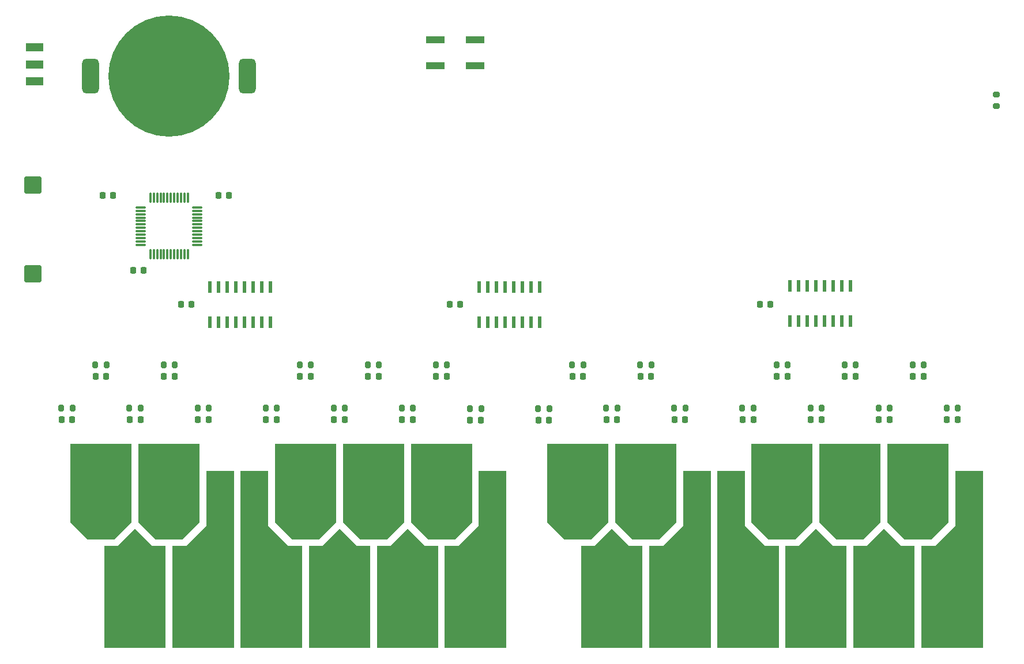
<source format=gtp>
%TF.GenerationSoftware,KiCad,Pcbnew,(6.0.0)*%
%TF.CreationDate,2022-11-25T13:40:52+01:00*%
%TF.ProjectId,PCB,5043422e-6b69-4636-9164-5f7063625858,rev?*%
%TF.SameCoordinates,Original*%
%TF.FileFunction,Paste,Top*%
%TF.FilePolarity,Positive*%
%FSLAX46Y46*%
G04 Gerber Fmt 4.6, Leading zero omitted, Abs format (unit mm)*
G04 Created by KiCad (PCBNEW (6.0.0)) date 2022-11-25 13:40:52*
%MOMM*%
%LPD*%
G01*
G04 APERTURE LIST*
G04 Aperture macros list*
%AMRoundRect*
0 Rectangle with rounded corners*
0 $1 Rounding radius*
0 $2 $3 $4 $5 $6 $7 $8 $9 X,Y pos of 4 corners*
0 Add a 4 corners polygon primitive as box body*
4,1,4,$2,$3,$4,$5,$6,$7,$8,$9,$2,$3,0*
0 Add four circle primitives for the rounded corners*
1,1,$1+$1,$2,$3*
1,1,$1+$1,$4,$5*
1,1,$1+$1,$6,$7*
1,1,$1+$1,$8,$9*
0 Add four rect primitives between the rounded corners*
20,1,$1+$1,$2,$3,$4,$5,0*
20,1,$1+$1,$4,$5,$6,$7,0*
20,1,$1+$1,$6,$7,$8,$9,0*
20,1,$1+$1,$8,$9,$2,$3,0*%
%AMFreePoly0*
4,1,8,2.000000,-7.000000,5.000000,-10.000000,7.000000,-10.000000,7.000000,-25.000000,-2.000000,-25.000000,-2.000000,1.000000,2.000000,1.000000,2.000000,-7.000000,2.000000,-7.000000,$1*%
%AMFreePoly1*
4,1,7,4.500000,-10.000000,2.000000,-12.500000,-2.000000,-12.500000,-4.500000,-10.000000,-4.500000,1.500000,4.500000,1.500000,4.500000,-10.000000,4.500000,-10.000000,$1*%
%AMFreePoly2*
4,1,8,2.500000,0.000000,4.500000,0.000000,4.500000,-15.000000,-4.500000,-15.000000,-4.500000,0.000000,-2.500000,0.000000,0.000000,2.500000,2.500000,0.000000,2.500000,0.000000,$1*%
%AMFreePoly3*
4,1,8,2.000000,-25.000000,-7.000000,-25.000000,-7.000000,-10.000000,-5.000000,-10.000000,-2.000000,-7.000000,-2.000000,1.000000,2.000000,1.000000,2.000000,-25.000000,2.000000,-25.000000,$1*%
%AMFreePoly4*
4,1,8,2.000000,-24.500000,-7.000000,-24.500000,-7.000000,-9.500000,-5.000000,-9.500000,-2.000000,-6.500000,-2.000000,1.500000,2.000000,1.500000,2.000000,-24.500000,2.000000,-24.500000,$1*%
G04 Aperture macros list end*
%ADD10RoundRect,0.218750X-0.218750X-0.256250X0.218750X-0.256250X0.218750X0.256250X-0.218750X0.256250X0*%
%ADD11RoundRect,0.200000X-0.200000X-0.275000X0.200000X-0.275000X0.200000X0.275000X-0.200000X0.275000X0*%
%ADD12RoundRect,0.625000X-0.625000X-1.925000X0.625000X-1.925000X0.625000X1.925000X-0.625000X1.925000X0*%
%ADD13C,17.800000*%
%ADD14RoundRect,0.075000X-0.662500X-0.075000X0.662500X-0.075000X0.662500X0.075000X-0.662500X0.075000X0*%
%ADD15RoundRect,0.075000X-0.075000X-0.662500X0.075000X-0.662500X0.075000X0.662500X-0.075000X0.662500X0*%
%ADD16R,2.800000X1.000000*%
%ADD17RoundRect,0.225000X-0.225000X-0.250000X0.225000X-0.250000X0.225000X0.250000X-0.225000X0.250000X0*%
%ADD18RoundRect,0.200000X0.275000X-0.200000X0.275000X0.200000X-0.275000X0.200000X-0.275000X-0.200000X0*%
%ADD19FreePoly0,0.000000*%
%ADD20FreePoly1,0.000000*%
%ADD21FreePoly2,0.000000*%
%ADD22FreePoly3,0.000000*%
%ADD23R,2.500000X1.250000*%
%ADD24FreePoly4,0.000000*%
%ADD25R,0.533400X1.701800*%
%ADD26RoundRect,0.150000X-1.100000X1.100000X-1.100000X-1.100000X1.100000X-1.100000X1.100000X1.100000X0*%
G04 APERTURE END LIST*
D10*
%TO.C,D5*%
X56712500Y-88400000D03*
X58287500Y-88400000D03*
%TD*%
D11*
%TO.C,R23*%
X161675000Y-80350000D03*
X163325000Y-80350000D03*
%TD*%
%TO.C,R13*%
X106675000Y-86850000D03*
X108325000Y-86850000D03*
%TD*%
D10*
%TO.C,D18*%
X136712500Y-88450000D03*
X138287500Y-88450000D03*
%TD*%
%TO.C,D21*%
X151712500Y-82050000D03*
X153287500Y-82050000D03*
%TD*%
D11*
%TO.C,R22*%
X156675000Y-86750000D03*
X158325000Y-86750000D03*
%TD*%
%TO.C,R9*%
X81675000Y-80350000D03*
X83325000Y-80350000D03*
%TD*%
D10*
%TO.C,D11*%
X91712500Y-82050000D03*
X93287500Y-82050000D03*
%TD*%
D12*
%TO.C,BT1*%
X64000000Y-38000000D03*
X41000000Y-38000000D03*
D13*
X52500000Y-38000000D03*
%TD*%
D10*
%TO.C,D17*%
X126712500Y-88450000D03*
X128287500Y-88450000D03*
%TD*%
%TO.C,D24*%
X166712500Y-88450000D03*
X168287500Y-88450000D03*
%TD*%
D11*
%TO.C,R19*%
X141675000Y-80350000D03*
X143325000Y-80350000D03*
%TD*%
D10*
%TO.C,D20*%
X146712500Y-88450000D03*
X148287500Y-88450000D03*
%TD*%
D11*
%TO.C,R11*%
X91675000Y-80350000D03*
X93325000Y-80350000D03*
%TD*%
D10*
%TO.C,D19*%
X141712500Y-82050000D03*
X143287500Y-82050000D03*
%TD*%
D14*
%TO.C,U2*%
X48337500Y-57250000D03*
X48337500Y-57750000D03*
X48337500Y-58250000D03*
X48337500Y-58750000D03*
X48337500Y-59250000D03*
X48337500Y-59750000D03*
X48337500Y-60250000D03*
X48337500Y-60750000D03*
X48337500Y-61250000D03*
X48337500Y-61750000D03*
X48337500Y-62250000D03*
X48337500Y-62750000D03*
D15*
X49750000Y-64162500D03*
X50250000Y-64162500D03*
X50750000Y-64162500D03*
X51250000Y-64162500D03*
X51750000Y-64162500D03*
X52250000Y-64162500D03*
X52750000Y-64162500D03*
X53250000Y-64162500D03*
X53750000Y-64162500D03*
X54250000Y-64162500D03*
X54750000Y-64162500D03*
X55250000Y-64162500D03*
D14*
X56662500Y-62750000D03*
X56662500Y-62250000D03*
X56662500Y-61750000D03*
X56662500Y-61250000D03*
X56662500Y-60750000D03*
X56662500Y-60250000D03*
X56662500Y-59750000D03*
X56662500Y-59250000D03*
X56662500Y-58750000D03*
X56662500Y-58250000D03*
X56662500Y-57750000D03*
X56662500Y-57250000D03*
D15*
X55250000Y-55837500D03*
X54750000Y-55837500D03*
X54250000Y-55837500D03*
X53750000Y-55837500D03*
X53250000Y-55837500D03*
X52750000Y-55837500D03*
X52250000Y-55837500D03*
X51750000Y-55837500D03*
X51250000Y-55837500D03*
X50750000Y-55837500D03*
X50250000Y-55837500D03*
X49750000Y-55837500D03*
%TD*%
D11*
%TO.C,R24*%
X166675000Y-86750000D03*
X168325000Y-86750000D03*
%TD*%
D16*
%TO.C,SW2*%
X97400000Y-32600000D03*
X91600000Y-32600000D03*
X91600000Y-36400000D03*
X97400000Y-36400000D03*
%TD*%
D17*
%TO.C,C3*%
X42725000Y-55500000D03*
X44275000Y-55500000D03*
%TD*%
D10*
%TO.C,D23*%
X161712500Y-82050000D03*
X163287500Y-82050000D03*
%TD*%
D18*
%TO.C,R25*%
X174000000Y-42325000D03*
X174000000Y-40675000D03*
%TD*%
D11*
%TO.C,R21*%
X151675000Y-80350000D03*
X153325000Y-80350000D03*
%TD*%
D17*
%TO.C,C2*%
X59725000Y-55500000D03*
X61275000Y-55500000D03*
%TD*%
D11*
%TO.C,R5*%
X56675000Y-86750000D03*
X58325000Y-86750000D03*
%TD*%
D17*
%TO.C,C5*%
X93725000Y-71500000D03*
X95275000Y-71500000D03*
%TD*%
D10*
%TO.C,D2*%
X41712500Y-82050000D03*
X43287500Y-82050000D03*
%TD*%
D19*
%TO.C,J6*%
X135000000Y-97000000D03*
D20*
X142500000Y-93500000D03*
D21*
X147500000Y-107000000D03*
D20*
X152500000Y-93500000D03*
D21*
X157500000Y-107000000D03*
D20*
X162500000Y-93500000D03*
D22*
X170000000Y-97000000D03*
%TD*%
D23*
%TO.C,SW1*%
X32750000Y-33750000D03*
X32750000Y-36250000D03*
X32750000Y-38750000D03*
%TD*%
D10*
%TO.C,D9*%
X81712500Y-82050000D03*
X83287500Y-82050000D03*
%TD*%
%TO.C,D10*%
X86712500Y-88450000D03*
X88287500Y-88450000D03*
%TD*%
D11*
%TO.C,R20*%
X146675000Y-86750000D03*
X148325000Y-86750000D03*
%TD*%
%TO.C,R16*%
X121675000Y-80350000D03*
X123325000Y-80350000D03*
%TD*%
D10*
%TO.C,D22*%
X156712500Y-88450000D03*
X158287500Y-88450000D03*
%TD*%
D20*
%TO.C,J5*%
X112500000Y-93500000D03*
D21*
X117500000Y-107000000D03*
D20*
X122500000Y-93500000D03*
D24*
X130000000Y-97500000D03*
%TD*%
D11*
%TO.C,R6*%
X66675000Y-86750000D03*
X68325000Y-86750000D03*
%TD*%
D10*
%TO.C,D6*%
X66712500Y-88400000D03*
X68287500Y-88400000D03*
%TD*%
D11*
%TO.C,R3*%
X46675000Y-86750000D03*
X48325000Y-86750000D03*
%TD*%
D10*
%TO.C,D15*%
X116712500Y-88450000D03*
X118287500Y-88450000D03*
%TD*%
%TO.C,D13*%
X106712500Y-88550000D03*
X108287500Y-88550000D03*
%TD*%
D19*
%TO.C,J4*%
X65000000Y-97000000D03*
D20*
X72500000Y-93500000D03*
D21*
X77500000Y-107000000D03*
D20*
X82500000Y-93500000D03*
D21*
X87500000Y-107000000D03*
D20*
X92500000Y-93500000D03*
D22*
X100000000Y-97000000D03*
%TD*%
D11*
%TO.C,R2*%
X41675000Y-80350000D03*
X43325000Y-80350000D03*
%TD*%
D10*
%TO.C,D16*%
X121712500Y-82050000D03*
X123287500Y-82050000D03*
%TD*%
D11*
%TO.C,R10*%
X86662500Y-86750000D03*
X88312500Y-86750000D03*
%TD*%
%TO.C,R4*%
X51675000Y-80350000D03*
X53325000Y-80350000D03*
%TD*%
D10*
%TO.C,D14*%
X111712500Y-82050000D03*
X113287500Y-82050000D03*
%TD*%
D20*
%TO.C,J3*%
X42500000Y-93500000D03*
D21*
X47500000Y-107000000D03*
D20*
X52500000Y-93500000D03*
D24*
X60000000Y-97500000D03*
%TD*%
D25*
%TO.C,U1*%
X58455000Y-74090800D03*
X59725000Y-74090800D03*
X60995000Y-74090800D03*
X62265000Y-74090800D03*
X63535000Y-74090800D03*
X64805000Y-74090800D03*
X66075000Y-74090800D03*
X67345000Y-74090800D03*
X67345000Y-68909200D03*
X66075000Y-68909200D03*
X64805000Y-68909200D03*
X63535000Y-68909200D03*
X62265000Y-68909200D03*
X60995000Y-68909200D03*
X59725000Y-68909200D03*
X58455000Y-68909200D03*
%TD*%
D11*
%TO.C,R7*%
X71675000Y-80350000D03*
X73325000Y-80350000D03*
%TD*%
%TO.C,R17*%
X126675000Y-86750000D03*
X128325000Y-86750000D03*
%TD*%
%TO.C,R15*%
X116675000Y-86750000D03*
X118325000Y-86750000D03*
%TD*%
D10*
%TO.C,D1*%
X36712500Y-88400000D03*
X38287500Y-88400000D03*
%TD*%
D17*
%TO.C,C4*%
X47225000Y-66500000D03*
X48775000Y-66500000D03*
%TD*%
D11*
%TO.C,R12*%
X96675000Y-86800000D03*
X98325000Y-86800000D03*
%TD*%
D10*
%TO.C,D4*%
X51712500Y-82050000D03*
X53287500Y-82050000D03*
%TD*%
D11*
%TO.C,R18*%
X136675000Y-86750000D03*
X138325000Y-86750000D03*
%TD*%
D17*
%TO.C,C1*%
X54225000Y-71500000D03*
X55775000Y-71500000D03*
%TD*%
D10*
%TO.C,D3*%
X46712500Y-88400000D03*
X48287500Y-88400000D03*
%TD*%
%TO.C,D8*%
X76712500Y-88400000D03*
X78287500Y-88400000D03*
%TD*%
D26*
%TO.C,BZ1*%
X32500000Y-54000000D03*
X32500000Y-67000000D03*
%TD*%
D11*
%TO.C,R1*%
X36675000Y-86750000D03*
X38325000Y-86750000D03*
%TD*%
D10*
%TO.C,D7*%
X71712500Y-82050000D03*
X73287500Y-82050000D03*
%TD*%
D25*
%TO.C,U3*%
X98055000Y-74140800D03*
X99325000Y-74140800D03*
X100595000Y-74140800D03*
X101865000Y-74140800D03*
X103135000Y-74140800D03*
X104405000Y-74140800D03*
X105675000Y-74140800D03*
X106945000Y-74140800D03*
X106945000Y-68959200D03*
X105675000Y-68959200D03*
X104405000Y-68959200D03*
X103135000Y-68959200D03*
X101865000Y-68959200D03*
X100595000Y-68959200D03*
X99325000Y-68959200D03*
X98055000Y-68959200D03*
%TD*%
%TO.C,U4*%
X143655000Y-73940800D03*
X144925000Y-73940800D03*
X146195000Y-73940800D03*
X147465000Y-73940800D03*
X148735000Y-73940800D03*
X150005000Y-73940800D03*
X151275000Y-73940800D03*
X152545000Y-73940800D03*
X152545000Y-68759200D03*
X151275000Y-68759200D03*
X150005000Y-68759200D03*
X148735000Y-68759200D03*
X147465000Y-68759200D03*
X146195000Y-68759200D03*
X144925000Y-68759200D03*
X143655000Y-68759200D03*
%TD*%
D17*
%TO.C,C6*%
X139225000Y-71500000D03*
X140775000Y-71500000D03*
%TD*%
D11*
%TO.C,R8*%
X76675000Y-86750000D03*
X78325000Y-86750000D03*
%TD*%
D10*
%TO.C,D12*%
X96712500Y-88500000D03*
X98287500Y-88500000D03*
%TD*%
D11*
%TO.C,R14*%
X111675000Y-80350000D03*
X113325000Y-80350000D03*
%TD*%
M02*

</source>
